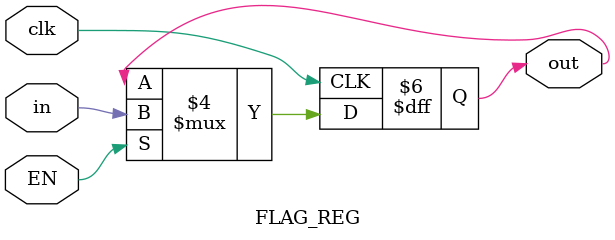
<source format=v>
module FLAG_REG (clk,in, out, EN);
	input in;
	input clk, EN;
	output reg out;

	initial begin
		out = 1'bx;
	end


	always @(posedge clk) 
		begin
			if (EN == 1) 
				begin
						out <= in;
				end
		end 
	  
endmodule
</source>
